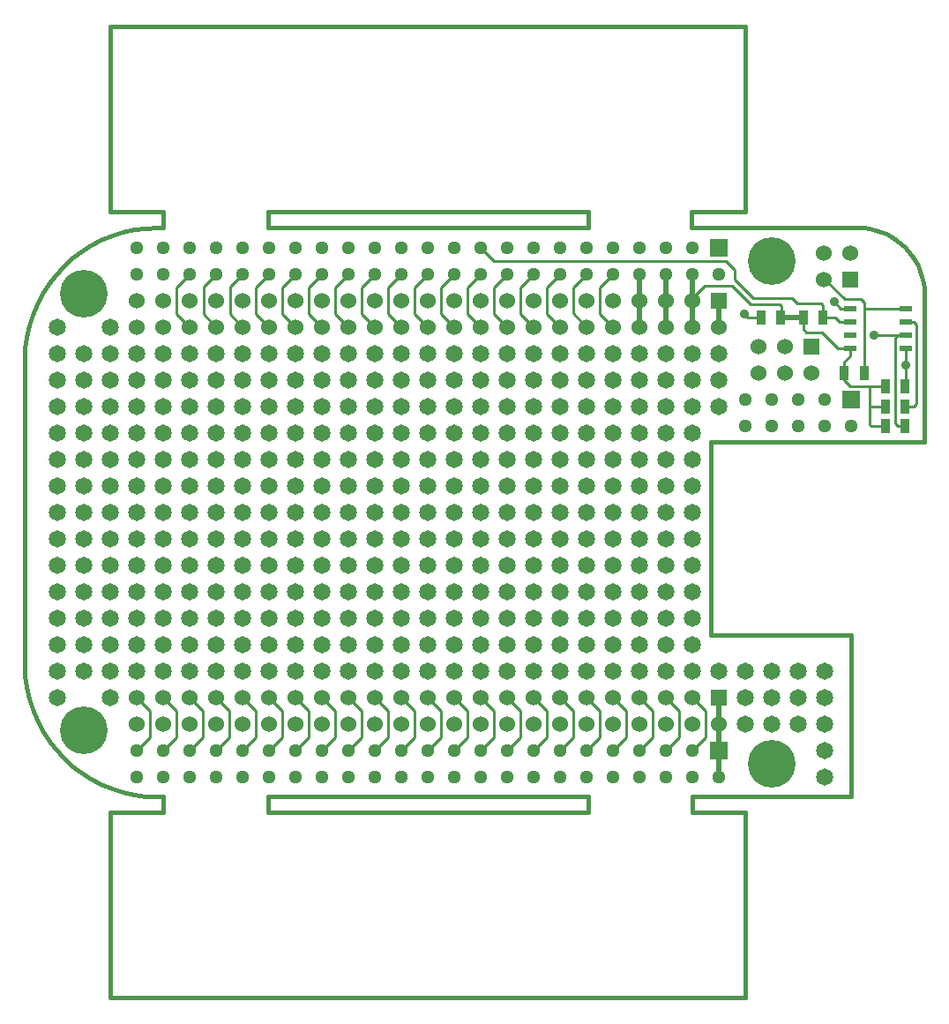
<source format=gtl>
G04 (created by PCBNEW-RS274X (2011-09-21 BZR 3143)-testing) date Tue 27 Dec 2011 10:04:21 PM EST*
G01*
G70*
G90*
%MOIN*%
G04 Gerber Fmt 3.4, Leading zero omitted, Abs format*
%FSLAX34Y34*%
G04 APERTURE LIST*
%ADD10C,0.006000*%
%ADD11C,0.015000*%
%ADD12R,0.060000X0.060000*%
%ADD13C,0.060000*%
%ADD14C,0.065000*%
%ADD15R,0.045000X0.020000*%
%ADD16R,0.035000X0.055000*%
%ADD17C,0.180000*%
%ADD18R,0.065000X0.065000*%
%ADD19C,0.051200*%
%ADD20C,0.035000*%
%ADD21C,0.020000*%
%ADD22C,0.010000*%
G04 APERTURE END LIST*
G54D10*
G54D11*
X21300Y00600D02*
X21300Y00000D01*
X09200Y00600D02*
X21300Y00600D01*
X09200Y00000D02*
X09200Y00600D01*
X21300Y00000D02*
X09200Y00000D01*
X09200Y-21500D02*
X09250Y-21500D01*
X09200Y-22100D02*
X09200Y-21500D01*
X21300Y-22100D02*
X09200Y-22100D01*
X21300Y-21500D02*
X21300Y-22100D01*
X09200Y-21500D02*
X21300Y-21500D01*
X31250Y-15400D02*
X25950Y-15400D01*
X31250Y-21500D02*
X28500Y-21500D01*
X31250Y-21500D02*
X31250Y-15450D01*
X05250Y00000D02*
X04900Y00000D01*
X05250Y00600D02*
X05250Y00000D01*
X03250Y00600D02*
X05250Y00600D01*
X25200Y00000D02*
X27250Y00000D01*
X25200Y00600D02*
X25200Y00000D01*
X27200Y00600D02*
X25200Y00600D01*
X27250Y-21500D02*
X25250Y-21500D01*
X27250Y-22100D02*
X27250Y-22150D01*
X25250Y-22100D02*
X27250Y-22100D01*
X25250Y-22100D02*
X25250Y-21500D01*
X05250Y-22100D02*
X05250Y-22050D01*
X03250Y-22100D02*
X05250Y-22100D01*
X05000Y-21500D02*
X05250Y-21500D01*
X05250Y-22100D02*
X05250Y-21500D01*
X27250Y-21500D02*
X28500Y-21500D01*
X27250Y-29100D02*
X27250Y-22100D01*
X03250Y-29100D02*
X27250Y-29100D01*
X03250Y-22100D02*
X03250Y-29100D01*
X03250Y07600D02*
X03250Y00600D01*
X27250Y07600D02*
X03250Y07600D01*
X27250Y00600D02*
X27250Y07600D01*
X27250Y00000D02*
X28500Y00000D01*
X25950Y-08100D02*
X25950Y-15400D01*
X34000Y-08100D02*
X25950Y-08100D01*
X34000Y-07900D02*
X34000Y-08100D01*
X28400Y00000D02*
X31500Y00000D01*
X00000Y-05000D02*
X00000Y-16500D01*
X34000Y-02500D02*
X34000Y-07950D01*
X34000Y-02500D02*
X33990Y-02283D01*
X33962Y-02066D01*
X33914Y-01853D01*
X33849Y-01645D01*
X33765Y-01444D01*
X33665Y-01251D01*
X33547Y-01067D01*
X33415Y-00894D01*
X33267Y-00733D01*
X33106Y-00585D01*
X32933Y-00453D01*
X32750Y-00335D01*
X32556Y-00235D01*
X32355Y-00151D01*
X32147Y-00086D01*
X31934Y-00038D01*
X31717Y-00010D01*
X31500Y00000D01*
X00000Y-16500D02*
X00020Y-16935D01*
X00076Y-17368D01*
X00171Y-17794D01*
X00302Y-18210D01*
X00469Y-18613D01*
X00670Y-18999D01*
X00905Y-19367D01*
X01170Y-19713D01*
X01465Y-20035D01*
X01787Y-20330D01*
X02133Y-20595D01*
X02501Y-20830D01*
X02887Y-21031D01*
X03290Y-21198D01*
X03706Y-21329D01*
X04132Y-21424D01*
X04565Y-21480D01*
X05000Y-21500D01*
X05000Y00000D02*
X04565Y-00020D01*
X04132Y-00076D01*
X03706Y-00171D01*
X03290Y-00302D01*
X02887Y-00469D01*
X02501Y-00670D01*
X02133Y-00905D01*
X01787Y-01170D01*
X01465Y-01465D01*
X01170Y-01787D01*
X00905Y-02133D01*
X00670Y-02501D01*
X00469Y-02887D01*
X00302Y-03290D01*
X00171Y-03706D01*
X00076Y-04132D01*
X00020Y-04565D01*
X00000Y-05000D01*
G54D12*
X26250Y-02750D03*
G54D13*
X26250Y-03750D03*
X21250Y-02750D03*
X25250Y-03750D03*
X20250Y-02750D03*
X24250Y-03750D03*
X19250Y-02750D03*
X23250Y-03750D03*
X18250Y-02750D03*
X22250Y-03750D03*
X17250Y-02750D03*
X21250Y-03750D03*
X16250Y-02750D03*
X20250Y-03750D03*
X15250Y-02750D03*
X19250Y-03750D03*
X14250Y-02750D03*
X18250Y-03750D03*
X13250Y-02750D03*
X17250Y-03750D03*
X12250Y-02750D03*
X16250Y-03750D03*
X11250Y-02750D03*
X15250Y-03750D03*
X14250Y-03750D03*
X10250Y-02750D03*
X13250Y-03750D03*
X11250Y-03750D03*
X10250Y-03750D03*
X09250Y-03750D03*
X08250Y-03750D03*
X09250Y-02750D03*
X08250Y-02750D03*
X25250Y-02750D03*
X24250Y-02750D03*
X23250Y-02750D03*
X22250Y-02750D03*
X07250Y-02750D03*
X07250Y-03750D03*
X12250Y-03750D03*
X06250Y-02750D03*
X06250Y-03750D03*
X05250Y-02750D03*
X05250Y-03750D03*
X04250Y-02750D03*
X04250Y-03750D03*
G54D14*
X26250Y-04750D03*
X26250Y-05750D03*
X26250Y-06750D03*
X29250Y-17750D03*
X30250Y-17750D03*
X30250Y-18750D03*
X09250Y-05750D03*
X09250Y-06750D03*
X09250Y-07750D03*
X09250Y-08750D03*
X09250Y-09750D03*
X09250Y-10750D03*
X09250Y-11750D03*
X09250Y-12750D03*
X09250Y-13750D03*
X09250Y-14750D03*
X08250Y-16750D03*
X09250Y-16750D03*
X10250Y-04750D03*
X10250Y-06750D03*
X10250Y-07750D03*
X10250Y-08750D03*
X10250Y-09750D03*
X10250Y-10750D03*
X10250Y-11750D03*
X10250Y-12750D03*
X08250Y-05750D03*
X07250Y-07750D03*
X07250Y-08750D03*
X07250Y-09750D03*
X07250Y-10750D03*
X07250Y-11750D03*
X07250Y-12750D03*
X07250Y-13750D03*
X07250Y-14750D03*
X07250Y-15750D03*
X07250Y-16750D03*
X07250Y-06750D03*
X08250Y-06750D03*
X08250Y-07750D03*
X08250Y-08750D03*
X08250Y-09750D03*
X08250Y-10750D03*
X08250Y-11750D03*
X08250Y-12750D03*
X08250Y-13750D03*
X08250Y-14750D03*
X08250Y-15750D03*
X09250Y-15750D03*
X12250Y-10750D03*
X12250Y-11750D03*
X12250Y-12750D03*
X12250Y-13750D03*
X12250Y-14750D03*
X12250Y-15750D03*
X12250Y-16750D03*
X13250Y-04750D03*
X13250Y-05750D03*
X13250Y-06750D03*
X12250Y-09750D03*
X13250Y-08750D03*
X13250Y-09750D03*
X13250Y-10750D03*
X13250Y-12750D03*
X13250Y-11750D03*
X10250Y-05750D03*
X13250Y-13750D03*
X13250Y-14750D03*
X13250Y-15750D03*
X11250Y-11750D03*
X10250Y-14750D03*
X10250Y-15750D03*
X10250Y-16750D03*
X11250Y-04750D03*
X11250Y-05750D03*
X11250Y-06750D03*
X11250Y-07750D03*
X11250Y-08750D03*
X11250Y-09750D03*
X11250Y-10750D03*
X10250Y-13750D03*
X11250Y-12750D03*
X11250Y-13750D03*
X11250Y-14750D03*
X11250Y-15750D03*
X11250Y-16750D03*
X12250Y-04750D03*
X12250Y-05750D03*
X12250Y-06750D03*
X12250Y-07750D03*
X05250Y-10750D03*
X13250Y-07750D03*
X02250Y-07750D03*
X02250Y-08750D03*
X02250Y-09750D03*
X02250Y-10750D03*
X02250Y-11750D03*
X02250Y-12750D03*
X02250Y-13750D03*
X02250Y-14750D03*
X02250Y-15750D03*
X02250Y-16750D03*
X02250Y-06750D03*
X03250Y-06750D03*
X03250Y-07750D03*
X03250Y-08750D03*
X03250Y-09750D03*
X03250Y-10750D03*
X03250Y-11750D03*
X03250Y-12750D03*
X03250Y-13750D03*
X03250Y-14750D03*
X01250Y-09750D03*
X05250Y-04750D03*
X06250Y-04750D03*
X07250Y-04750D03*
X08250Y-04750D03*
X09250Y-04750D03*
X03250Y-03750D03*
X01250Y-04750D03*
X01250Y-05750D03*
X01250Y-06750D03*
X01250Y-07750D03*
X01250Y-08750D03*
X04250Y-04750D03*
X01250Y-10750D03*
X01250Y-11750D03*
X01250Y-12750D03*
X01250Y-13750D03*
X01250Y-14750D03*
X01250Y-15750D03*
X01250Y-16750D03*
X01250Y-17750D03*
X02250Y-05750D03*
X06250Y-08750D03*
X03250Y-05750D03*
X05250Y-11750D03*
X05250Y-12750D03*
X05250Y-13750D03*
X05250Y-14750D03*
X05250Y-15750D03*
X05250Y-16750D03*
X06250Y-05750D03*
X06250Y-06750D03*
X06250Y-07750D03*
X05250Y-09750D03*
X06250Y-09750D03*
X06250Y-10750D03*
X06250Y-11750D03*
X06250Y-12750D03*
X06250Y-13750D03*
X06250Y-14750D03*
X06250Y-15750D03*
X06250Y-16750D03*
X07250Y-05750D03*
X04250Y-10750D03*
X03250Y-16750D03*
X03250Y-17750D03*
X04250Y-05750D03*
X01250Y-03750D03*
X04250Y-06750D03*
X04250Y-07750D03*
X04250Y-08750D03*
X02250Y-04750D03*
X03250Y-04750D03*
X04250Y-09750D03*
X03250Y-15750D03*
X04250Y-11750D03*
X04250Y-12750D03*
X04250Y-13750D03*
X04250Y-14750D03*
X04250Y-15750D03*
X04250Y-16750D03*
X05250Y-05750D03*
X05250Y-06750D03*
X05250Y-07750D03*
X05250Y-08750D03*
X12250Y-08750D03*
X27250Y-18750D03*
X27250Y-17750D03*
X25250Y-15750D03*
X25250Y-14750D03*
X25250Y-11750D03*
X25250Y-10750D03*
X25250Y-07750D03*
X25250Y-05750D03*
X25250Y-04750D03*
X24250Y-14750D03*
X28250Y-18750D03*
X24250Y-10750D03*
X19250Y-14750D03*
X24250Y-07750D03*
X24250Y-05750D03*
X23250Y-16750D03*
X23250Y-14750D03*
X23250Y-13750D03*
X23250Y-12750D03*
X23250Y-11750D03*
X21250Y-12750D03*
X20250Y-15750D03*
X20250Y-16750D03*
X21250Y-04750D03*
X21250Y-05750D03*
X21250Y-06750D03*
X21250Y-07750D03*
X21250Y-08750D03*
X21250Y-09750D03*
X21250Y-10750D03*
X21250Y-11750D03*
X20250Y-14750D03*
X21250Y-13750D03*
X21250Y-14750D03*
X21250Y-15750D03*
X21250Y-16750D03*
X22250Y-04750D03*
X30250Y-16750D03*
X28250Y-16750D03*
X30250Y-20750D03*
X28250Y-17750D03*
X24250Y-13750D03*
X30250Y-19750D03*
X29250Y-18750D03*
X27250Y-16750D03*
X26250Y-16750D03*
X25250Y-16750D03*
X25250Y-13750D03*
X25250Y-12750D03*
X25250Y-09750D03*
X25250Y-08750D03*
X29250Y-16750D03*
X24250Y-16750D03*
X24250Y-15750D03*
X24250Y-12750D03*
X24250Y-11750D03*
X24250Y-09750D03*
X24250Y-08750D03*
X24250Y-06750D03*
X24250Y-04750D03*
X23250Y-15750D03*
X22250Y-13750D03*
X23250Y-09750D03*
X20250Y-12750D03*
X23250Y-08750D03*
X23250Y-07750D03*
X23250Y-06750D03*
X23250Y-05750D03*
X23250Y-04750D03*
X22250Y-16750D03*
X22250Y-15750D03*
X22250Y-14750D03*
X23250Y-10750D03*
X22250Y-12750D03*
X22250Y-11750D03*
X22250Y-10750D03*
X22250Y-09750D03*
X22250Y-08750D03*
X22250Y-07750D03*
X22250Y-06750D03*
X22250Y-05750D03*
X19250Y-16750D03*
X15250Y-13750D03*
X15250Y-14750D03*
X15250Y-15750D03*
X15250Y-16750D03*
X16250Y-04750D03*
X16250Y-05750D03*
X16250Y-06750D03*
X16250Y-07750D03*
X16250Y-08750D03*
X16250Y-09750D03*
X15250Y-12750D03*
X16250Y-11750D03*
X16250Y-12750D03*
X16250Y-13750D03*
X16250Y-14750D03*
X16250Y-15750D03*
X16250Y-16750D03*
X17250Y-04750D03*
X17250Y-05750D03*
X17250Y-06750D03*
X17250Y-07750D03*
X14250Y-14750D03*
X14250Y-04750D03*
X14250Y-05750D03*
X14250Y-06750D03*
X14250Y-07750D03*
X14250Y-08750D03*
X14250Y-09750D03*
X14250Y-10750D03*
X14250Y-11750D03*
X14250Y-12750D03*
X14250Y-13750D03*
X13250Y-16750D03*
X14250Y-15750D03*
X14250Y-16750D03*
X15250Y-04750D03*
X15250Y-05750D03*
X15250Y-06750D03*
X15250Y-07750D03*
X15250Y-08750D03*
X15250Y-09750D03*
X15250Y-10750D03*
X15250Y-11750D03*
X16250Y-10750D03*
X19250Y-05750D03*
X19250Y-06750D03*
X19250Y-07750D03*
X19250Y-08750D03*
X19250Y-09750D03*
X19250Y-10750D03*
X19250Y-11750D03*
X19250Y-12750D03*
X19250Y-13750D03*
X19250Y-15750D03*
X19250Y-04750D03*
X20250Y-04750D03*
X20250Y-05750D03*
X20250Y-06750D03*
X20250Y-07750D03*
X20250Y-08750D03*
X20250Y-09750D03*
X20250Y-10750D03*
X20250Y-11750D03*
X20250Y-13750D03*
X18250Y-06750D03*
X17250Y-09750D03*
X17250Y-10750D03*
X17250Y-11750D03*
X17250Y-12750D03*
X17250Y-13750D03*
X17250Y-14750D03*
X17250Y-15750D03*
X17250Y-16750D03*
X18250Y-04750D03*
X18250Y-05750D03*
X17250Y-08750D03*
X18250Y-07750D03*
X18250Y-08750D03*
X18250Y-09750D03*
X18250Y-10750D03*
X18250Y-11750D03*
X18250Y-12750D03*
X18250Y-13750D03*
X18250Y-14750D03*
X18250Y-15750D03*
X18250Y-16750D03*
X25250Y-06750D03*
G54D12*
X26250Y-17750D03*
G54D13*
X26250Y-18750D03*
X21250Y-17750D03*
X25250Y-18750D03*
X20250Y-17750D03*
X24250Y-18750D03*
X19250Y-17750D03*
X23250Y-18750D03*
X18250Y-17750D03*
X22250Y-18750D03*
X17250Y-17750D03*
X21250Y-18750D03*
X16250Y-17750D03*
X20250Y-18750D03*
X15250Y-17750D03*
X19250Y-18750D03*
X14250Y-17750D03*
X18250Y-18750D03*
X13250Y-17750D03*
X17250Y-18750D03*
X12250Y-17750D03*
X16250Y-18750D03*
X11250Y-17750D03*
X15250Y-18750D03*
X14250Y-18750D03*
X10250Y-17750D03*
X13250Y-18750D03*
X11250Y-18750D03*
X10250Y-18750D03*
X09250Y-18750D03*
X08250Y-18750D03*
X09250Y-17750D03*
X08250Y-17750D03*
X25250Y-17750D03*
X24250Y-17750D03*
X23250Y-17750D03*
X22250Y-17750D03*
X07250Y-17750D03*
X07250Y-18750D03*
X12250Y-18750D03*
X06250Y-17750D03*
X06250Y-18750D03*
X05250Y-17750D03*
X05250Y-18750D03*
X04250Y-17750D03*
X04250Y-18750D03*
G54D12*
X29750Y-04500D03*
G54D13*
X29750Y-05500D03*
X28750Y-04500D03*
X28750Y-05500D03*
X27750Y-04500D03*
X27750Y-05500D03*
G54D15*
X31200Y-04550D03*
X33300Y-04550D03*
X31200Y-04050D03*
X31200Y-03550D03*
X31200Y-03050D03*
X33300Y-04050D03*
X33300Y-03550D03*
X33300Y-03050D03*
G54D16*
X30975Y-05500D03*
X31725Y-05500D03*
X28575Y-03400D03*
X27825Y-03400D03*
X29425Y-03400D03*
X30175Y-03400D03*
X32525Y-06750D03*
X33275Y-06750D03*
X32525Y-07500D03*
X33275Y-07500D03*
X32525Y-06000D03*
X33275Y-06000D03*
G54D12*
X31200Y-01950D03*
G54D13*
X30200Y-01950D03*
X31200Y-00950D03*
X30200Y-00950D03*
G54D17*
X02250Y-02500D03*
X28250Y-01250D03*
X28250Y-20250D03*
X02250Y-19000D03*
G54D18*
X26250Y-00750D03*
G54D19*
X26250Y-01750D03*
X25250Y-00750D03*
X25250Y-01750D03*
X24250Y-00750D03*
X24250Y-01750D03*
X23250Y-00750D03*
X23250Y-01750D03*
X22250Y-00750D03*
X22250Y-01750D03*
X21250Y-00750D03*
X21250Y-01750D03*
X20250Y-00750D03*
X20250Y-01750D03*
X19250Y-00750D03*
X19250Y-01750D03*
X18250Y-00750D03*
X18250Y-01750D03*
X17250Y-00750D03*
X17250Y-01750D03*
X16250Y-00750D03*
X16250Y-01750D03*
X15250Y-00750D03*
X15250Y-01750D03*
X14250Y-00750D03*
X14250Y-01750D03*
X13250Y-00750D03*
X13250Y-01750D03*
X12250Y-00750D03*
X12250Y-01750D03*
X11250Y-00750D03*
X11250Y-01750D03*
X10250Y-00750D03*
X10250Y-01750D03*
X09250Y-00750D03*
X09250Y-01750D03*
X08250Y-00750D03*
X08250Y-01750D03*
X07250Y-00750D03*
X07250Y-01750D03*
X06250Y-00750D03*
X06250Y-01750D03*
X05250Y-00750D03*
X05250Y-01750D03*
X04250Y-00750D03*
X04250Y-01750D03*
G54D18*
X26250Y-19750D03*
G54D19*
X26250Y-20750D03*
X25250Y-19750D03*
X25250Y-20750D03*
X24250Y-19750D03*
X24250Y-20750D03*
X23250Y-19750D03*
X23250Y-20750D03*
X22250Y-19750D03*
X22250Y-20750D03*
X21250Y-19750D03*
X21250Y-20750D03*
X20250Y-19750D03*
X20250Y-20750D03*
X19250Y-19750D03*
X19250Y-20750D03*
X18250Y-19750D03*
X18250Y-20750D03*
X17250Y-19750D03*
X17250Y-20750D03*
X16250Y-19750D03*
X16250Y-20750D03*
X15250Y-19750D03*
X15250Y-20750D03*
X14250Y-19750D03*
X14250Y-20750D03*
X13250Y-19750D03*
X13250Y-20750D03*
X12250Y-19750D03*
X12250Y-20750D03*
X11250Y-19750D03*
X11250Y-20750D03*
X10250Y-19750D03*
X10250Y-20750D03*
X09250Y-19750D03*
X09250Y-20750D03*
X08250Y-19750D03*
X08250Y-20750D03*
X07250Y-19750D03*
X07250Y-20750D03*
X06250Y-19750D03*
X06250Y-20750D03*
X05250Y-19750D03*
X05250Y-20750D03*
X04250Y-19750D03*
X04250Y-20750D03*
G54D18*
X31250Y-06500D03*
G54D19*
X31250Y-07500D03*
X30250Y-06500D03*
X30250Y-07500D03*
X29250Y-06500D03*
X29250Y-07500D03*
X28250Y-06500D03*
X28250Y-07500D03*
X27250Y-06500D03*
X27250Y-07500D03*
G54D20*
X33300Y-05200D03*
X32100Y-04050D03*
X30600Y-02800D03*
X27200Y-03250D03*
G54D21*
X26250Y-20750D02*
X26250Y-19750D01*
X26250Y-19750D02*
X26250Y-18750D01*
X26250Y-18750D02*
X26250Y-17750D01*
G54D22*
X17250Y-19750D02*
X17750Y-19250D01*
X17750Y-18250D02*
X17250Y-17750D01*
X17750Y-19250D02*
X17750Y-18250D01*
X20250Y-19750D02*
X20750Y-19250D01*
X20750Y-18250D02*
X20250Y-17750D01*
X20750Y-19250D02*
X20750Y-18250D01*
X18250Y-19750D02*
X18750Y-19250D01*
X18750Y-18250D02*
X18250Y-17750D01*
X18750Y-19250D02*
X18750Y-18250D01*
X14250Y-19750D02*
X14750Y-19250D01*
X14750Y-18250D02*
X14250Y-17750D01*
X14750Y-19250D02*
X14750Y-18250D01*
X21250Y-19750D02*
X21750Y-19250D01*
X21750Y-18250D02*
X21250Y-17750D01*
X21750Y-19250D02*
X21750Y-18250D01*
X19250Y-19750D02*
X19750Y-19250D01*
X19750Y-18250D02*
X19250Y-17750D01*
X19750Y-19250D02*
X19750Y-18250D01*
X24250Y-19750D02*
X24750Y-19250D01*
X24750Y-18250D02*
X24250Y-17750D01*
X24750Y-19250D02*
X24750Y-18250D01*
X16250Y-19750D02*
X16750Y-19250D01*
X16750Y-18250D02*
X16250Y-17750D01*
X16750Y-19250D02*
X16750Y-18250D01*
X15250Y-19750D02*
X15750Y-19250D01*
X15750Y-18250D02*
X15250Y-17750D01*
X15750Y-19250D02*
X15750Y-18250D01*
X25250Y-19750D02*
X25750Y-19250D01*
X25750Y-18250D02*
X25250Y-17750D01*
X25750Y-19250D02*
X25750Y-18250D01*
X06250Y-19750D02*
X06750Y-19250D01*
X06750Y-18250D02*
X06250Y-17750D01*
X06750Y-19250D02*
X06750Y-18250D01*
X13250Y-19750D02*
X13750Y-19250D01*
X13750Y-18250D02*
X13250Y-17750D01*
X13750Y-19250D02*
X13750Y-18250D01*
X12250Y-19750D02*
X12750Y-19250D01*
X12750Y-18250D02*
X12250Y-17750D01*
X12750Y-19250D02*
X12750Y-18250D01*
X04250Y-19750D02*
X04750Y-19250D01*
X04750Y-18250D02*
X04250Y-17750D01*
X04750Y-19250D02*
X04750Y-18250D01*
X05250Y-19750D02*
X05750Y-19250D01*
X05750Y-18250D02*
X05250Y-17750D01*
X05750Y-19250D02*
X05750Y-18250D01*
X07250Y-19750D02*
X07750Y-19250D01*
X07750Y-18250D02*
X07250Y-17750D01*
X07750Y-19250D02*
X07750Y-18250D01*
X23250Y-19750D02*
X23750Y-19250D01*
X23750Y-18250D02*
X23250Y-17750D01*
X23750Y-19250D02*
X23750Y-18250D01*
X22250Y-19750D02*
X22750Y-19250D01*
X22750Y-18250D02*
X22250Y-17750D01*
X22750Y-19250D02*
X22750Y-18250D01*
X09250Y-19750D02*
X09750Y-19250D01*
X09750Y-18250D02*
X09250Y-17750D01*
X09750Y-19250D02*
X09750Y-18250D01*
X10250Y-19750D02*
X10750Y-19250D01*
X10750Y-18250D02*
X10250Y-17750D01*
X10750Y-19250D02*
X10750Y-18250D01*
X11250Y-19750D02*
X11750Y-19250D01*
X11750Y-18250D02*
X11250Y-17750D01*
X11750Y-19250D02*
X11750Y-18250D01*
X08250Y-19750D02*
X08750Y-19250D01*
X08750Y-18250D02*
X08250Y-17750D01*
X08750Y-19250D02*
X08750Y-18250D01*
X33300Y-04550D02*
X33300Y-05200D01*
X33300Y-04550D02*
X33300Y-05975D01*
X33300Y-05975D02*
X33275Y-06000D01*
X32100Y-04050D02*
X33300Y-04050D01*
X33275Y-07500D02*
X33000Y-07500D01*
X33000Y-04050D02*
X33300Y-04050D01*
X32900Y-04150D02*
X33000Y-04050D01*
X32900Y-07400D02*
X32900Y-04150D01*
X33000Y-07500D02*
X32900Y-07400D01*
X33275Y-06750D02*
X33600Y-06750D01*
X33600Y-03550D02*
X33300Y-03550D01*
X33700Y-03650D02*
X33600Y-03550D01*
X33700Y-06650D02*
X33700Y-03650D01*
X33600Y-06750D02*
X33700Y-06650D01*
X07250Y-01750D02*
X06775Y-02225D01*
X06775Y-03275D02*
X07250Y-03750D01*
X06775Y-02225D02*
X06775Y-03275D01*
X08250Y-01750D02*
X07775Y-02225D01*
X07775Y-03275D02*
X08250Y-03750D01*
X07775Y-02225D02*
X07775Y-03275D01*
X09250Y-01750D02*
X08750Y-02250D01*
X08750Y-03250D02*
X09250Y-03750D01*
X08750Y-02250D02*
X08750Y-03250D01*
X20250Y-01750D02*
X19750Y-02250D01*
X19750Y-03250D02*
X20250Y-03750D01*
X19750Y-02250D02*
X19750Y-03250D01*
X19250Y-01750D02*
X18750Y-02250D01*
X18750Y-03250D02*
X19250Y-03750D01*
X18750Y-02250D02*
X18750Y-03250D01*
X10250Y-01750D02*
X09750Y-02250D01*
X09750Y-03250D02*
X10250Y-03750D01*
X09750Y-02250D02*
X09750Y-03250D01*
X06250Y-01750D02*
X05750Y-02250D01*
X05750Y-03250D02*
X06250Y-03750D01*
X05750Y-02250D02*
X05750Y-03250D01*
X21250Y-01750D02*
X20725Y-02275D01*
X20725Y-03225D02*
X21250Y-03750D01*
X20725Y-02275D02*
X20725Y-03225D01*
X18250Y-01750D02*
X17750Y-02250D01*
X17750Y-03250D02*
X18250Y-03750D01*
X17750Y-02250D02*
X17750Y-03250D01*
X30175Y-03400D02*
X30650Y-03400D01*
X30800Y-03550D02*
X31200Y-03550D01*
X30650Y-03400D02*
X30800Y-03550D01*
X17250Y-00750D02*
X17750Y-01250D01*
X30175Y-02925D02*
X30175Y-03400D01*
X30100Y-02850D02*
X30175Y-02925D01*
X29200Y-02850D02*
X30100Y-02850D01*
X29000Y-02650D02*
X29200Y-02850D01*
X27550Y-02650D02*
X29000Y-02650D01*
X26850Y-01950D02*
X27550Y-02650D01*
X26850Y-01600D02*
X26850Y-01950D01*
X26500Y-01250D02*
X26850Y-01600D01*
X17750Y-01250D02*
X26500Y-01250D01*
X30850Y-03050D02*
X31200Y-03050D01*
X30600Y-02800D02*
X30850Y-03050D01*
X27350Y-03400D02*
X27825Y-03400D01*
X27200Y-03250D02*
X27350Y-03400D01*
X17250Y-01750D02*
X16750Y-02250D01*
X16750Y-03250D02*
X17250Y-03750D01*
X16750Y-02250D02*
X16750Y-03250D01*
X13250Y-01750D02*
X12825Y-02175D01*
X12750Y-03250D02*
X13250Y-03750D01*
X12750Y-02250D02*
X12750Y-03250D01*
X12825Y-02175D02*
X12750Y-02250D01*
X12250Y-01750D02*
X11750Y-02250D01*
X11750Y-03250D02*
X12250Y-03750D01*
X11750Y-02250D02*
X11750Y-03250D01*
G54D21*
X23250Y-03750D02*
X23250Y-02750D01*
X23250Y-02750D02*
X23250Y-01750D01*
G54D22*
X22250Y-01750D02*
X21750Y-02250D01*
X21750Y-03250D02*
X22250Y-03750D01*
X21750Y-02250D02*
X21750Y-03250D01*
X14250Y-01750D02*
X13750Y-02250D01*
X13750Y-03250D02*
X14250Y-03750D01*
X13750Y-02250D02*
X13750Y-03250D01*
X15250Y-01750D02*
X14750Y-02250D01*
X14750Y-03250D02*
X15250Y-03750D01*
X14750Y-02250D02*
X14750Y-03250D01*
X16250Y-01750D02*
X15750Y-02250D01*
X15750Y-03250D02*
X16250Y-03750D01*
X15750Y-02250D02*
X15750Y-03250D01*
X30975Y-05500D02*
X30975Y-05775D01*
X31200Y-06000D02*
X31950Y-06000D01*
X30975Y-05775D02*
X31200Y-06000D01*
X31200Y-04550D02*
X31200Y-04850D01*
X30975Y-05075D02*
X30975Y-05500D01*
X31200Y-04850D02*
X30975Y-05075D01*
X32525Y-06750D02*
X31950Y-06750D01*
X32525Y-07500D02*
X32000Y-07500D01*
X31950Y-07450D02*
X31950Y-06750D01*
X31950Y-06750D02*
X31950Y-06000D01*
X32000Y-07500D02*
X31950Y-07450D01*
X31950Y-06000D02*
X32525Y-06000D01*
X31200Y-04550D02*
X30750Y-04550D01*
X29425Y-03825D02*
X29425Y-03400D01*
X29550Y-03950D02*
X29425Y-03825D01*
X30150Y-03950D02*
X29550Y-03950D01*
X30750Y-04550D02*
X30150Y-03950D01*
G54D21*
X25250Y-02750D02*
X25250Y-02650D01*
G54D22*
X28600Y-03375D02*
X28575Y-03400D01*
X28600Y-02950D02*
X28600Y-03375D01*
X28550Y-02900D02*
X28600Y-02950D01*
X27450Y-02900D02*
X28550Y-02900D01*
X26750Y-02200D02*
X27450Y-02900D01*
X25700Y-02200D02*
X26750Y-02200D01*
X25250Y-02650D02*
X25700Y-02200D01*
G54D21*
X28575Y-03400D02*
X29425Y-03400D01*
X25250Y-01750D02*
X25250Y-02750D01*
X25250Y-02750D02*
X25250Y-03750D01*
X24250Y-01750D02*
X24250Y-02750D01*
X24250Y-02750D02*
X24250Y-03750D01*
G54D22*
X11250Y-01750D02*
X10750Y-02250D01*
X10750Y-03250D02*
X11250Y-03750D01*
X10750Y-02250D02*
X10750Y-03250D01*
G54D21*
X26250Y-02750D02*
X26250Y-03750D01*
G54D22*
X33300Y-03050D02*
X31725Y-03050D01*
X31725Y-03050D02*
X31750Y-03050D01*
X31750Y-03050D02*
X31725Y-03050D01*
X30200Y-01950D02*
X30250Y-01950D01*
X30250Y-01950D02*
X31000Y-02700D01*
X31000Y-02700D02*
X31600Y-02700D01*
X31600Y-02700D02*
X31725Y-02825D01*
X31725Y-02825D02*
X31725Y-03050D01*
X31725Y-03050D02*
X31725Y-05500D01*
M02*

</source>
